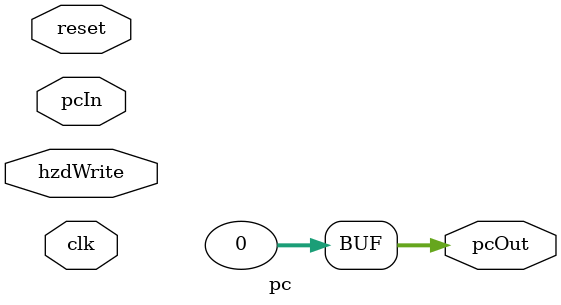
<source format=v>

module pc (pcIn, pcOut, clk, hzdWrite, reset);

	input [31:0] pcIn;
	output reg [31:0] pcOut;
    input clk, reset, hzdWrite;

    // Inicializa o endereço armazenado em PC como sendo 0;
	always @(reset) begin
		pcOut <= 1'b0;
	end

    // Atualiza o valor armazenado em PC conforme a borda de subida do clock;
	always @(negedge clk && hzdWrite) begin

        pcOut <= pcIn;
	end
    // A atualização acima só ocorre ao final de cada ciclo do clock;
endmodule

</source>
